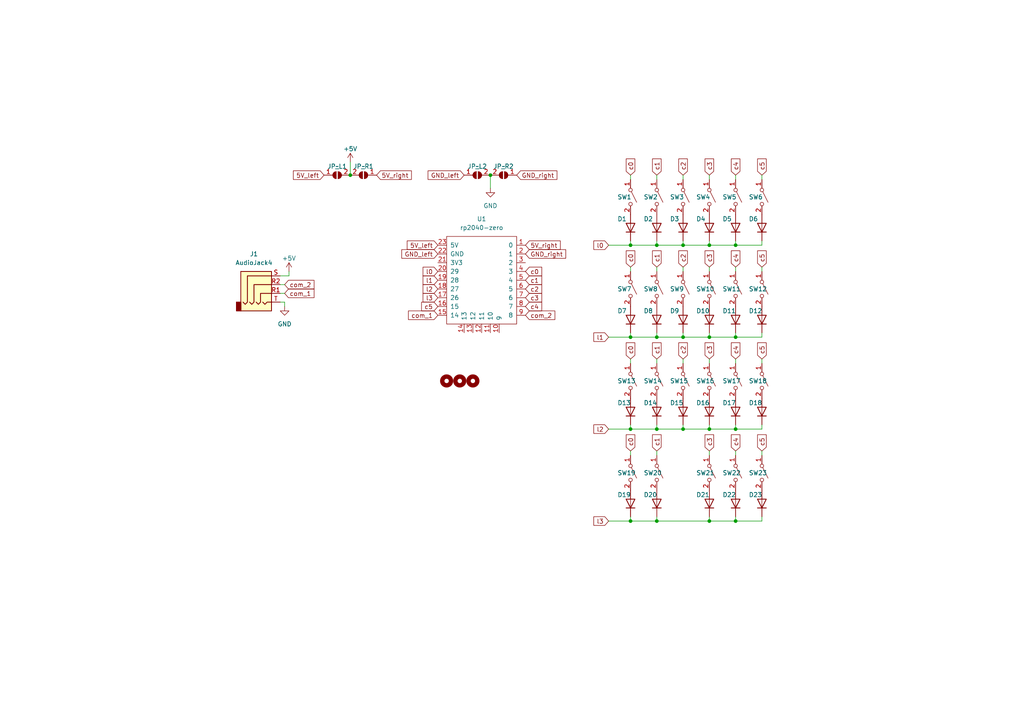
<source format=kicad_sch>
(kicad_sch (version 20230121) (generator eeschema)
  (paper "A4")
  (lib_symbols
    (symbol "Connector_Audio:AudioJack4"
      (property "Reference" "J" (at 0 8.89 0))
      (property "Value" "AudioJack4" (at 0 6.35 0))
      (symbol "AudioJack4_0_1"
        (rectangle (start -6.35 -5.08) (end -7.62 -7.62) (stroke (width 0.254)) (fill (type outline)))
        (polyline (pts (xy 0 -5.08) (xy 0.635 -5.715) (xy 1.27 -5.08) (xy 2.54 -5.08)) (stroke (width 0.254)))
        (polyline (pts (xy -5.715 -5.08) (xy -5.08 -5.715) (xy -4.445 -5.08) (xy -4.445 2.54) (xy 2.54 2.54)) (stroke (width 0.254)))
        (polyline (pts (xy -1.905 -5.08) (xy -1.27 -5.715) (xy -0.635 -5.08) (xy -0.635 -2.54) (xy 2.54 -2.54)) (stroke (width 0.254)))
        (polyline (pts (xy 2.54 0) (xy -2.54 0) (xy -2.54 -5.08) (xy -3.175 -5.715) (xy -3.81 -5.08)) (stroke (width 0.254)))
        (rectangle (start 2.54 3.81) (end -6.35 -7.62) (stroke (width 0.254)) (fill (type background)))
      )
      (symbol "AudioJack4_1_1"
        (pin passive line (at 5.08 -2.54 180) (length 2.54) (name "~") (number "R1"))
        (pin passive line (at 5.08 0 180) (length 2.54) (name "~") (number "R2"))
        (pin passive line (at 5.08 2.54 180) (length 2.54) (name "~") (number "S"))
        (pin passive line (at 5.08 -5.08 180) (length 2.54) (name "~") (number "T"))
      )
    )
    (symbol "Diode:1N4148" (pin_numbers hide) (pin_names hide)
      (property "Reference" "D" (at 0 2.54 0))
      (property "Value" "1N4148" (at 0 -2.54 0))
      (symbol "1N4148_0_1"
        (polyline (pts (xy -1.27 1.27) (xy -1.27 -1.27)) (stroke (width 0.254)))
        (polyline (pts (xy 1.27 0) (xy -1.27 0)))
        (polyline (pts (xy 1.27 1.27) (xy 1.27 -1.27) (xy -1.27 0) (xy 1.27 1.27)) (stroke (width 0.254)))
      )
      (symbol "1N4148_1_1"
        (pin passive line (at -3.81 0 0) (length 2.54) (name "K") (number "1"))
        (pin passive line (at 3.81 0 180) (length 2.54) (name "A") (number "2"))
      )
    )
    (symbol "Jumper:SolderJumper_2_Open" (pin_names (offset 0) hide)
      (property "Reference" "JP" (at 0 2.032 0))
      (property "Value" "SolderJumper_2_Open" (at 0 -2.54 0))
      (symbol "SolderJumper_2_Open_0_1"
        (arc (start -0.254 1.016) (mid -1.2656 0) (end -0.254 -1.016))
        (arc (start -0.254 1.016) (mid -1.2656 0) (end -0.254 -1.016) (fill (type outline)))
        (polyline (pts (xy -0.254 1.016) (xy -0.254 -1.016)))
        (polyline (pts (xy 0.254 1.016) (xy 0.254 -1.016)))
        (arc (start 0.254 -1.016) (mid 1.2656 0) (end 0.254 1.016))
        (arc (start 0.254 -1.016) (mid 1.2656 0) (end 0.254 1.016) (fill (type outline)))
      )
      (symbol "SolderJumper_2_Open_1_1"
        (pin passive line (at -3.81 0 0) (length 2.54) (name "A") (number "1"))
        (pin passive line (at 3.81 0 180) (length 2.54) (name "B") (number "2"))
      )
    )
    (symbol "Mechanical:MountingHole" (pin_names (offset 1.016))
      (property "Reference" "H" (at 0 5.08 0))
      (property "Value" "MountingHole" (at 0 3.175 0))
      (symbol "MountingHole_0_1"
        (circle (center 0 0) (radius 1.27) (stroke (width 1.27)))
      )
    )
    (symbol "Switch:SW_SPST" (pin_names (offset 0) hide)
      (property "Reference" "SW" (at 0 3.175 0))
      (property "Value" "SW_SPST" (at 0 -2.54 0))
      (symbol "SW_SPST_0_0"
        (circle (center -2.032 0) (radius 0.508))
        (polyline (pts (xy -1.524 0.254) (xy 1.524 1.778)))
        (circle (center 2.032 0) (radius 0.508))
      )
      (symbol "SW_SPST_1_1"
        (pin passive line (at -5.08 0 0) (length 2.54) (name "A") (number "1"))
        (pin passive line (at 5.08 0 180) (length 2.54) (name "B") (number "2"))
      )
    )
    (symbol "mcu:rp2040-zero" (pin_names (offset 1.016))
      (property "Reference" "U" (at 0 15.24 0))
      (property "Value" "rp2040-zero" (at 0 12.7 0))
      (symbol "rp2040-zero_0_1"
        (rectangle (start -10.16 11.43) (end 10.16 -13.97))
      )
      (symbol "rp2040-zero_1_1"
        (pin bidirectional line (at 12.7 8.89 180) (length 2.54) (name "0") (number "1"))
        (pin bidirectional line (at 5.08 -16.51 90) (length 2.54) (name "9") (number "10"))
        (pin bidirectional line (at 2.54 -16.51 90) (length 2.54) (name "10") (number "11"))
        (pin bidirectional line (at 0 -16.51 90) (length 2.54) (name "11") (number "12"))
        (pin bidirectional line (at -2.54 -16.51 90) (length 2.54) (name "12") (number "13"))
        (pin bidirectional line (at -5.08 -16.51 90) (length 2.54) (name "13") (number "14"))
        (pin bidirectional line (at -12.7 -11.43 0) (length 2.54) (name "14") (number "15"))
        (pin bidirectional line (at -12.7 -8.89 0) (length 2.54) (name "15") (number "16"))
        (pin bidirectional line (at -12.7 -6.35 0) (length 2.54) (name "26") (number "17"))
        (pin bidirectional line (at -12.7 -3.81 0) (length 2.54) (name "27") (number "18"))
        (pin bidirectional line (at -12.7 -1.27 0) (length 2.54) (name "28") (number "19"))
        (pin bidirectional line (at 12.7 6.35 180) (length 2.54) (name "1") (number "2"))
        (pin bidirectional line (at -12.7 1.27 0) (length 2.54) (name "29") (number "20"))
        (pin power_out line (at -12.7 3.81 0) (length 2.54) (name "3V3") (number "21"))
        (pin power_out line (at -12.7 6.35 0) (length 2.54) (name "GND") (number "22"))
        (pin power_out line (at -12.7 8.89 0) (length 2.54) (name "5V") (number "23"))
        (pin bidirectional line (at 12.7 3.81 180) (length 2.54) (name "2") (number "3"))
        (pin bidirectional line (at 12.7 1.27 180) (length 2.54) (name "3") (number "4"))
        (pin bidirectional line (at 12.7 -1.27 180) (length 2.54) (name "4") (number "5"))
        (pin bidirectional line (at 12.7 -3.81 180) (length 2.54) (name "5") (number "6"))
        (pin bidirectional line (at 12.7 -6.35 180) (length 2.54) (name "6") (number "7"))
        (pin bidirectional line (at 12.7 -8.89 180) (length 2.54) (name "7") (number "8"))
        (pin bidirectional line (at 12.7 -11.43 180) (length 2.54) (name "8") (number "9"))
      )
    )
    (symbol "power:+5V" (power) (pin_names (offset 0))
      (property "Value" "+5V" (at 0 3.556 0))
      (symbol "+5V_0_1"
        (polyline (pts (xy -0.762 1.27) (xy 0 2.54)))
        (polyline (pts (xy 0 0) (xy 0 2.54)))
        (polyline (pts (xy 0 2.54) (xy 0.762 1.27)))
      )
      (symbol "+5V_1_1"
        (pin power_in line (at 0 0 90) (length 0) hide (name "+5V") (number "1"))
      )
    )
    (symbol "power:GND" (power) (pin_names (offset 0))
      (property "Value" "GND" (at 0 -3.81 0))
      (symbol "GND_0_1"
        (polyline (pts (xy 0 0) (xy 0 -1.27) (xy 1.27 -1.27) (xy 0 -2.54) (xy -1.27 -1.27) (xy 0 -1.27)))
      )
      (symbol "GND_1_1"
        (pin power_in line (at 0 0 270) (length 0) hide (name "GND") (number "1"))
      )
    )
  )
  (junction (at 198.12 71.12))
  (junction (at 142.24 50.8))
  (junction (at 213.36 151.13))
  (junction (at 190.5 124.46))
  (junction (at 198.12 97.79))
  (junction (at 182.88 151.13))
  (junction (at 190.5 151.13))
  (junction (at 213.36 124.46))
  (junction (at 190.5 71.12))
  (junction (at 213.36 97.79))
  (junction (at 182.88 124.46))
  (junction (at 205.74 97.79))
  (junction (at 198.12 124.46))
  (junction (at 205.74 71.12))
  (junction (at 101.6 50.8))
  (junction (at 205.74 151.13))
  (junction (at 205.74 124.46))
  (junction (at 213.36 71.12))
  (junction (at 182.88 97.79))
  (junction (at 190.5 97.79))
  (junction (at 182.88 71.12))
  (wire (pts (xy 205.74 71.12) (xy 213.36 71.12)))
  (wire (pts (xy 220.98 77.47) (xy 220.98 78.74)))
  (wire (pts (xy 198.12 50.8) (xy 198.12 52.07)))
  (wire (pts (xy 182.88 151.13) (xy 190.5 151.13)))
  (wire (pts (xy 205.74 124.46) (xy 213.36 124.46)))
  (wire (pts (xy 213.36 149.86) (xy 213.36 151.13)))
  (wire (pts (xy 182.88 97.79) (xy 190.5 97.79)))
  (wire (pts (xy 198.12 69.85) (xy 198.12 71.12)))
  (wire (pts (xy 83.82 80.01) (xy 81.28 80.01)))
  (wire (pts (xy 220.98 50.8) (xy 220.98 52.07)))
  (wire (pts (xy 182.88 69.85) (xy 182.88 71.12)))
  (wire (pts (xy 101.6 46.99) (xy 101.6 50.8)))
  (wire (pts (xy 205.74 50.8) (xy 205.74 52.07)))
  (wire (pts (xy 220.98 149.86) (xy 220.98 151.13)))
  (wire (pts (xy 190.5 97.79) (xy 198.12 97.79)))
  (wire (pts (xy 213.36 96.52) (xy 213.36 97.79)))
  (wire (pts (xy 205.74 69.85) (xy 205.74 71.12)))
  (wire (pts (xy 205.74 151.13) (xy 213.36 151.13)))
  (wire (pts (xy 198.12 123.19) (xy 198.12 124.46)))
  (wire (pts (xy 190.5 77.47) (xy 190.5 78.74)))
  (wire (pts (xy 182.88 96.52) (xy 182.88 97.79)))
  (wire (pts (xy 176.53 124.46) (xy 182.88 124.46)))
  (wire (pts (xy 190.5 151.13) (xy 205.74 151.13)))
  (wire (pts (xy 213.36 130.81) (xy 213.36 132.08)))
  (wire (pts (xy 213.36 77.47) (xy 213.36 78.74)))
  (wire (pts (xy 182.88 123.19) (xy 182.88 124.46)))
  (wire (pts (xy 205.74 149.86) (xy 205.74 151.13)))
  (wire (pts (xy 213.36 104.14) (xy 213.36 105.41)))
  (wire (pts (xy 176.53 97.79) (xy 182.88 97.79)))
  (wire (pts (xy 213.36 124.46) (xy 220.98 124.46)))
  (wire (pts (xy 182.88 71.12) (xy 190.5 71.12)))
  (wire (pts (xy 205.74 104.14) (xy 205.74 105.41)))
  (wire (pts (xy 190.5 69.85) (xy 190.5 71.12)))
  (wire (pts (xy 213.36 71.12) (xy 220.98 71.12)))
  (wire (pts (xy 81.28 87.63) (xy 82.55 87.63)))
  (wire (pts (xy 182.88 77.47) (xy 182.88 78.74)))
  (wire (pts (xy 190.5 149.86) (xy 190.5 151.13)))
  (wire (pts (xy 198.12 71.12) (xy 205.74 71.12)))
  (wire (pts (xy 205.74 97.79) (xy 213.36 97.79)))
  (wire (pts (xy 190.5 96.52) (xy 190.5 97.79)))
  (wire (pts (xy 213.36 151.13) (xy 220.98 151.13)))
  (wire (pts (xy 198.12 97.79) (xy 205.74 97.79)))
  (wire (pts (xy 83.82 78.74) (xy 83.82 80.01)))
  (wire (pts (xy 198.12 104.14) (xy 198.12 105.41)))
  (wire (pts (xy 176.53 151.13) (xy 182.88 151.13)))
  (wire (pts (xy 213.36 50.8) (xy 213.36 52.07)))
  (wire (pts (xy 190.5 123.19) (xy 190.5 124.46)))
  (wire (pts (xy 182.88 130.81) (xy 182.88 132.08)))
  (wire (pts (xy 205.74 77.47) (xy 205.74 78.74)))
  (wire (pts (xy 220.98 130.81) (xy 220.98 132.08)))
  (wire (pts (xy 182.88 124.46) (xy 190.5 124.46)))
  (wire (pts (xy 220.98 96.52) (xy 220.98 97.79)))
  (wire (pts (xy 220.98 69.85) (xy 220.98 71.12)))
  (wire (pts (xy 213.36 69.85) (xy 213.36 71.12)))
  (wire (pts (xy 142.24 50.8) (xy 142.24 54.61)))
  (wire (pts (xy 182.88 104.14) (xy 182.88 105.41)))
  (wire (pts (xy 213.36 123.19) (xy 213.36 124.46)))
  (wire (pts (xy 190.5 50.8) (xy 190.5 52.07)))
  (wire (pts (xy 198.12 124.46) (xy 205.74 124.46)))
  (wire (pts (xy 220.98 104.14) (xy 220.98 105.41)))
  (wire (pts (xy 220.98 123.19) (xy 220.98 124.46)))
  (wire (pts (xy 205.74 96.52) (xy 205.74 97.79)))
  (wire (pts (xy 82.55 87.63) (xy 82.55 88.9)))
  (wire (pts (xy 190.5 71.12) (xy 198.12 71.12)))
  (wire (pts (xy 213.36 97.79) (xy 220.98 97.79)))
  (wire (pts (xy 182.88 50.8) (xy 182.88 52.07)))
  (wire (pts (xy 205.74 130.81) (xy 205.74 132.08)))
  (wire (pts (xy 190.5 104.14) (xy 190.5 105.41)))
  (wire (pts (xy 81.28 82.55) (xy 82.55 82.55)))
  (wire (pts (xy 81.28 85.09) (xy 82.55 85.09)))
  (wire (pts (xy 198.12 96.52) (xy 198.12 97.79)))
  (wire (pts (xy 190.5 130.81) (xy 190.5 132.08)))
  (wire (pts (xy 176.53 71.12) (xy 182.88 71.12)))
  (wire (pts (xy 190.5 124.46) (xy 198.12 124.46)))
  (wire (pts (xy 198.12 77.47) (xy 198.12 78.74)))
  (wire (pts (xy 205.74 123.19) (xy 205.74 124.46)))
  (wire (pts (xy 182.88 149.86) (xy 182.88 151.13)))
  (global_label "c4" (shape input) (at 213.36 50.8 90) (property "Intersheetrefs" "${INTERSHEET_REFS}" (effects hide)))
  (global_label "l2" (shape input) (at 176.53 124.46 180) (property "Intersheetrefs" "${INTERSHEET_REFS}" (effects hide)))
  (global_label "c5" (shape input) (at 220.98 50.8 90) (property "Intersheetrefs" "${INTERSHEET_REFS}" (effects hide)))
  (global_label "c0" (shape input) (at 182.88 130.81 90) (property "Intersheetrefs" "${INTERSHEET_REFS}" (effects hide)))
  (global_label "c4" (shape input) (at 213.36 104.14 90) (property "Intersheetrefs" "${INTERSHEET_REFS}" (effects hide)))
  (global_label "c0" (shape input) (at 182.88 50.8 90) (property "Intersheetrefs" "${INTERSHEET_REFS}" (effects hide)))
  (global_label "com_1" (shape input) (at 82.55 85.09 0) (property "Intersheetrefs" "${INTERSHEET_REFS}" (effects hide)))
  (global_label "c3" (shape input) (at 205.74 77.47 90) (property "Intersheetrefs" "${INTERSHEET_REFS}" (effects hide)))
  (global_label "com_2" (shape input) (at 152.4 91.44 0) (property "Intersheetrefs" "${INTERSHEET_REFS}" (effects hide)))
  (global_label "l1" (shape input) (at 176.53 97.79 180) (property "Intersheetrefs" "${INTERSHEET_REFS}" (effects hide)))
  (global_label "GND_right" (shape input) (at 149.86 50.8 0) (property "Intersheetrefs" "${INTERSHEET_REFS}" (effects hide)))
  (global_label "l1" (shape input) (at 127 81.28 180) (property "Intersheetrefs" "${INTERSHEET_REFS}" (effects hide)))
  (global_label "5V_left" (shape input) (at 127 71.12 180) (property "Intersheetrefs" "${INTERSHEET_REFS}" (effects hide)))
  (global_label "c1" (shape input) (at 190.5 130.81 90) (property "Intersheetrefs" "${INTERSHEET_REFS}" (effects hide)))
  (global_label "c2" (shape input) (at 198.12 50.8 90) (property "Intersheetrefs" "${INTERSHEET_REFS}" (effects hide)))
  (global_label "c5" (shape input) (at 220.98 104.14 90) (property "Intersheetrefs" "${INTERSHEET_REFS}" (effects hide)))
  (global_label "5V_right" (shape input) (at 109.22 50.8 0) (property "Intersheetrefs" "${INTERSHEET_REFS}" (effects hide)))
  (global_label "l0" (shape input) (at 127 78.74 180) (property "Intersheetrefs" "${INTERSHEET_REFS}" (effects hide)))
  (global_label "GND_left" (shape input) (at 127 73.66 180) (property "Intersheetrefs" "${INTERSHEET_REFS}" (effects hide)))
  (global_label "c5" (shape input) (at 127 88.9 180) (property "Intersheetrefs" "${INTERSHEET_REFS}" (effects hide)))
  (global_label "c2" (shape input) (at 198.12 104.14 90) (property "Intersheetrefs" "${INTERSHEET_REFS}" (effects hide)))
  (global_label "c4" (shape input) (at 213.36 130.81 90) (property "Intersheetrefs" "${INTERSHEET_REFS}" (effects hide)))
  (global_label "c2" (shape input) (at 198.12 77.47 90) (property "Intersheetrefs" "${INTERSHEET_REFS}" (effects hide)))
  (global_label "c0" (shape input) (at 182.88 104.14 90) (property "Intersheetrefs" "${INTERSHEET_REFS}" (effects hide)))
  (global_label "GND_right" (shape input) (at 152.4 73.66 0) (property "Intersheetrefs" "${INTERSHEET_REFS}" (effects hide)))
  (global_label "c1" (shape input) (at 190.5 104.14 90) (property "Intersheetrefs" "${INTERSHEET_REFS}" (effects hide)))
  (global_label "l3" (shape input) (at 127 86.36 180) (property "Intersheetrefs" "${INTERSHEET_REFS}" (effects hide)))
  (global_label "l3" (shape input) (at 176.53 151.13 180) (property "Intersheetrefs" "${INTERSHEET_REFS}" (effects hide)))
  (global_label "c4" (shape input) (at 213.36 77.47 90) (property "Intersheetrefs" "${INTERSHEET_REFS}" (effects hide)))
  (global_label "5V_right" (shape input) (at 152.4 71.12 0) (property "Intersheetrefs" "${INTERSHEET_REFS}" (effects hide)))
  (global_label "com_2" (shape input) (at 82.55 82.55 0) (property "Intersheetrefs" "${INTERSHEET_REFS}" (effects hide)))
  (global_label "l2" (shape input) (at 127 83.82 180) (property "Intersheetrefs" "${INTERSHEET_REFS}" (effects hide)))
  (global_label "c0" (shape input) (at 152.4 78.74 0) (property "Intersheetrefs" "${INTERSHEET_REFS}" (effects hide)))
  (global_label "c2" (shape input) (at 152.4 83.82 0) (property "Intersheetrefs" "${INTERSHEET_REFS}" (effects hide)))
  (global_label "c3" (shape input) (at 205.74 104.14 90) (property "Intersheetrefs" "${INTERSHEET_REFS}" (effects hide)))
  (global_label "c1" (shape input) (at 190.5 77.47 90) (property "Intersheetrefs" "${INTERSHEET_REFS}" (effects hide)))
  (global_label "c1" (shape input) (at 190.5 50.8 90) (property "Intersheetrefs" "${INTERSHEET_REFS}" (effects hide)))
  (global_label "l0" (shape input) (at 176.53 71.12 180) (property "Intersheetrefs" "${INTERSHEET_REFS}" (effects hide)))
  (global_label "5V_left" (shape input) (at 93.98 50.8 180) (property "Intersheetrefs" "${INTERSHEET_REFS}" (effects hide)))
  (global_label "c1" (shape input) (at 152.4 81.28 0) (property "Intersheetrefs" "${INTERSHEET_REFS}" (effects hide)))
  (global_label "com_1" (shape input) (at 127 91.44 180) (property "Intersheetrefs" "${INTERSHEET_REFS}" (effects hide)))
  (global_label "c3" (shape input) (at 205.74 130.81 90) (property "Intersheetrefs" "${INTERSHEET_REFS}" (effects hide)))
  (global_label "c3" (shape input) (at 152.4 86.36 0) (property "Intersheetrefs" "${INTERSHEET_REFS}" (effects hide)))
  (global_label "c5" (shape input) (at 220.98 130.81 90) (property "Intersheetrefs" "${INTERSHEET_REFS}" (effects hide)))
  (global_label "c5" (shape input) (at 220.98 77.47 90) (property "Intersheetrefs" "${INTERSHEET_REFS}" (effects hide)))
  (global_label "c0" (shape input) (at 182.88 77.47 90) (property "Intersheetrefs" "${INTERSHEET_REFS}" (effects hide)))
  (global_label "c3" (shape input) (at 205.74 50.8 90) (property "Intersheetrefs" "${INTERSHEET_REFS}" (effects hide)))
  (global_label "GND_left" (shape input) (at 134.62 50.8 180) (property "Intersheetrefs" "${INTERSHEET_REFS}" (effects hide)))
  (global_label "c4" (shape input) (at 152.4 88.9 0) (property "Intersheetrefs" "${INTERSHEET_REFS}" (effects hide)))
  (symbol (lib_id "power:+5V") (at 101.6 46.99 0) (unit 1)
    (property "Reference" "#PWR01" (effects hide))
    (property "Value" "+5V" (at 101.6 43.18 0))
  )
  (symbol (lib_id "Switch:SW_SPST") (at 220.98 57.15 270) (unit 1)
    (property "Reference" "SW6" (at 217.17 57.15 90) (effects (justify left)))
    (property "Value" "SW_SPST" (effects hide))
    (property "Footprint" "lib:SW_MX_reversible" (effects hide))
  )
  (symbol (lib_id "Diode:1N4148") (at 205.74 119.38 90) (unit 1)
    (property "Reference" "D16" (at 201.93 116.84 90) (effects (justify right)))
    (property "Value" "1N4148" (effects hide))
    (property "Footprint" "Diode_THT:D_DO-35_SOD27_P7.62mm_Horizontal" (effects hide))
    (property "Datasheet" "https://assets.nexperia.com/documents/data-sheet/1N4148_1N4448.pdf" (effects hide))
    (property "Sim.Device" "D" (effects hide))
    (property "Sim.Pins" "1=K 2=A" (effects hide))
  )
  (symbol (lib_id "Jumper:SolderJumper_2_Open") (at 138.43 50.8 0) (unit 1)
    (property "Reference" "JP_L2" (at 138.43 48.26 0))
    (property "Value" "~" (at 138.43 48.26 0))
    (property "Footprint" "lib:SolderJumper-2_P1.3mm_Open_RoundedPad1.0x1.5mm" (effects hide))
  )
  (symbol (lib_id "Jumper:SolderJumper_2_Open") (at 146.05 50.8 0) (mirror y) (unit 1)
    (property "Reference" "JP_R2" (at 146.05 48.26 0))
    (property "Value" "~" (at 146.05 48.26 0))
    (property "Footprint" "lib:SolderJumper-2_P1.3mm_Open_RoundedPad1.0x1.5mm" (effects hide))
  )
  (symbol (lib_id "Diode:1N4148") (at 182.88 119.38 90) (unit 1)
    (property "Reference" "D13" (at 179.07 116.84 90) (effects (justify right)))
    (property "Value" "1N4148" (effects hide))
    (property "Footprint" "Diode_THT:D_DO-35_SOD27_P7.62mm_Horizontal" (effects hide))
    (property "Datasheet" "https://assets.nexperia.com/documents/data-sheet/1N4148_1N4448.pdf" (effects hide))
    (property "Sim.Device" "D" (effects hide))
    (property "Sim.Pins" "1=K 2=A" (effects hide))
  )
  (symbol (lib_id "Switch:SW_SPST") (at 205.74 137.16 270) (unit 1)
    (property "Reference" "SW21" (at 201.93 137.16 90) (effects (justify left)))
    (property "Value" "SW_SPST" (effects hide))
    (property "Footprint" "lib:SW_MX_reversible" (effects hide))
  )
  (symbol (lib_id "power:GND") (at 142.24 54.61 0) (unit 1)
    (property "Reference" "#PWR02" (effects hide))
    (property "Value" "GND" (at 142.24 59.69 0))
  )
  (symbol (lib_id "Switch:SW_SPST") (at 213.36 110.49 270) (unit 1)
    (property "Reference" "SW17" (at 209.55 110.49 90) (effects (justify left)))
    (property "Value" "SW_SPST" (effects hide))
    (property "Footprint" "lib:SW_MX_reversible" (effects hide))
  )
  (symbol (lib_id "Switch:SW_SPST") (at 182.88 110.49 270) (unit 1)
    (property "Reference" "SW13" (at 179.07 110.49 90) (effects (justify left)))
    (property "Value" "SW_SPST" (effects hide))
    (property "Footprint" "lib:SW_MX_reversible" (effects hide))
  )
  (symbol (lib_id "Switch:SW_SPST") (at 190.5 137.16 270) (unit 1)
    (property "Reference" "SW20" (at 186.69 137.16 90) (effects (justify left)))
    (property "Value" "SW_SPST" (effects hide))
    (property "Footprint" "lib:SW_MX_reversible" (effects hide))
  )
  (symbol (lib_id "Switch:SW_SPST") (at 220.98 110.49 270) (unit 1)
    (property "Reference" "SW18" (at 217.17 110.49 90) (effects (justify left)))
    (property "Value" "SW_SPST" (effects hide))
    (property "Footprint" "lib:SW_MX_reversible" (effects hide))
  )
  (symbol (lib_id "Diode:1N4148") (at 182.88 66.04 90) (unit 1)
    (property "Reference" "D1" (at 179.07 63.5 90) (effects (justify right)))
    (property "Value" "1N4148" (effects hide))
    (property "Footprint" "Diode_THT:D_DO-35_SOD27_P7.62mm_Horizontal" (effects hide))
    (property "Datasheet" "https://assets.nexperia.com/documents/data-sheet/1N4148_1N4448.pdf" (effects hide))
    (property "Sim.Device" "D" (effects hide))
    (property "Sim.Pins" "1=K 2=A" (effects hide))
  )
  (symbol (lib_id "Switch:SW_SPST") (at 205.74 110.49 270) (unit 1)
    (property "Reference" "SW16" (at 201.93 110.49 90) (effects (justify left)))
    (property "Value" "SW_SPST" (effects hide))
    (property "Footprint" "lib:SW_MX_reversible" (effects hide))
  )
  (symbol (lib_id "Connector_Audio:AudioJack4") (at 76.2 82.55 0) (unit 1)
    (property "Reference" "J1" (at 73.66 73.66 0))
    (property "Value" "AudioJack4" (at 73.66 76.2 0))
    (property "Footprint" "lib:TRRS-PJ-320A_reversible" (effects hide))
  )
  (symbol (lib_id "Switch:SW_SPST") (at 182.88 83.82 270) (unit 1)
    (property "Reference" "SW7" (at 179.07 83.82 90) (effects (justify left)))
    (property "Value" "SW_SPST" (effects hide))
    (property "Footprint" "lib:SW_MX_reversible" (effects hide))
  )
  (symbol (lib_id "Diode:1N4148") (at 198.12 66.04 90) (unit 1)
    (property "Reference" "D3" (at 194.31 63.5 90) (effects (justify right)))
    (property "Value" "1N4148" (effects hide))
    (property "Footprint" "Diode_THT:D_DO-35_SOD27_P7.62mm_Horizontal" (effects hide))
    (property "Datasheet" "https://assets.nexperia.com/documents/data-sheet/1N4148_1N4448.pdf" (effects hide))
    (property "Sim.Device" "D" (effects hide))
    (property "Sim.Pins" "1=K 2=A" (effects hide))
  )
  (symbol (lib_id "Diode:1N4148") (at 220.98 119.38 90) (unit 1)
    (property "Reference" "D18" (at 217.17 116.84 90) (effects (justify right)))
    (property "Value" "1N4148" (effects hide))
    (property "Footprint" "Diode_THT:D_DO-35_SOD27_P7.62mm_Horizontal" (effects hide))
    (property "Datasheet" "https://assets.nexperia.com/documents/data-sheet/1N4148_1N4448.pdf" (effects hide))
    (property "Sim.Device" "D" (effects hide))
    (property "Sim.Pins" "1=K 2=A" (effects hide))
  )
  (symbol (lib_id "Switch:SW_SPST") (at 198.12 57.15 270) (unit 1)
    (property "Reference" "SW3" (at 194.31 57.15 90) (effects (justify left)))
    (property "Value" "SW_SPST" (effects hide))
    (property "Footprint" "lib:SW_MX_reversible" (effects hide))
  )
  (symbol (lib_id "Diode:1N4148") (at 182.88 92.71 90) (unit 1)
    (property "Reference" "D7" (at 179.07 90.17 90) (effects (justify right)))
    (property "Value" "1N4148" (effects hide))
    (property "Footprint" "Diode_THT:D_DO-35_SOD27_P7.62mm_Horizontal" (effects hide))
    (property "Datasheet" "https://assets.nexperia.com/documents/data-sheet/1N4148_1N4448.pdf" (effects hide))
    (property "Sim.Device" "D" (effects hide))
    (property "Sim.Pins" "1=K 2=A" (effects hide))
  )
  (symbol (lib_id "Diode:1N4148") (at 190.5 66.04 90) (unit 1)
    (property "Reference" "D2" (at 186.69 63.5 90) (effects (justify right)))
    (property "Value" "1N4148" (effects hide))
    (property "Footprint" "Diode_THT:D_DO-35_SOD27_P7.62mm_Horizontal" (effects hide))
    (property "Datasheet" "https://assets.nexperia.com/documents/data-sheet/1N4148_1N4448.pdf" (effects hide))
    (property "Sim.Device" "D" (effects hide))
    (property "Sim.Pins" "1=K 2=A" (effects hide))
  )
  (symbol (lib_id "Switch:SW_SPST") (at 190.5 110.49 270) (unit 1)
    (property "Reference" "SW14" (at 186.69 110.49 90) (effects (justify left)))
    (property "Value" "SW_SPST" (effects hide))
    (property "Footprint" "lib:SW_MX_reversible" (effects hide))
  )
  (symbol (lib_id "Diode:1N4148") (at 213.36 146.05 90) (unit 1)
    (property "Reference" "D22" (at 209.55 143.51 90) (effects (justify right)))
    (property "Value" "1N4148" (effects hide))
    (property "Footprint" "Diode_THT:D_DO-35_SOD27_P7.62mm_Horizontal" (effects hide))
    (property "Datasheet" "https://assets.nexperia.com/documents/data-sheet/1N4148_1N4448.pdf" (effects hide))
    (property "Sim.Device" "D" (effects hide))
    (property "Sim.Pins" "1=K 2=A" (effects hide))
  )
  (symbol (lib_id "Diode:1N4148") (at 198.12 119.38 90) (unit 1)
    (property "Reference" "D15" (at 194.31 116.84 90) (effects (justify right)))
    (property "Value" "1N4148" (effects hide))
    (property "Footprint" "Diode_THT:D_DO-35_SOD27_P7.62mm_Horizontal" (effects hide))
    (property "Datasheet" "https://assets.nexperia.com/documents/data-sheet/1N4148_1N4448.pdf" (effects hide))
    (property "Sim.Device" "D" (effects hide))
    (property "Sim.Pins" "1=K 2=A" (effects hide))
  )
  (symbol (lib_id "Diode:1N4148") (at 198.12 92.71 90) (unit 1)
    (property "Reference" "D9" (at 194.31 90.17 90) (effects (justify right)))
    (property "Value" "1N4148" (effects hide))
    (property "Footprint" "Diode_THT:D_DO-35_SOD27_P7.62mm_Horizontal" (effects hide))
    (property "Datasheet" "https://assets.nexperia.com/documents/data-sheet/1N4148_1N4448.pdf" (effects hide))
    (property "Sim.Device" "D" (effects hide))
    (property "Sim.Pins" "1=K 2=A" (effects hide))
  )
  (symbol (lib_id "Jumper:SolderJumper_2_Open") (at 105.41 50.8 0) (mirror y) (unit 1)
    (property "Reference" "JP_R1" (at 105.41 48.26 0))
    (property "Value" "~" (at 105.41 48.26 0))
    (property "Footprint" "lib:SolderJumper-2_P1.3mm_Open_RoundedPad1.0x1.5mm" (effects hide))
  )
  (symbol (lib_id "Switch:SW_SPST") (at 190.5 57.15 270) (unit 1)
    (property "Reference" "SW2" (at 186.69 57.15 90) (effects (justify left)))
    (property "Value" "SW_SPST" (effects hide))
    (property "Footprint" "lib:SW_MX_reversible" (effects hide))
  )
  (symbol (lib_id "Diode:1N4148") (at 205.74 66.04 90) (unit 1)
    (property "Reference" "D4" (at 201.93 63.5 90) (effects (justify right)))
    (property "Value" "1N4148" (effects hide))
    (property "Footprint" "Diode_THT:D_DO-35_SOD27_P7.62mm_Horizontal" (effects hide))
    (property "Datasheet" "https://assets.nexperia.com/documents/data-sheet/1N4148_1N4448.pdf" (effects hide))
    (property "Sim.Device" "D" (effects hide))
    (property "Sim.Pins" "1=K 2=A" (effects hide))
  )
  (symbol (lib_id "mcu:rp2040-zero") (at 139.7 80.01 0) (unit 1)
    (property "Reference" "U1" (at 139.7 63.5 0))
    (property "Value" "rp2040-zero" (at 139.7 66.04 0))
    (property "Footprint" "_mcu:rp2040-zero-tht" (effects hide))
  )
  (symbol (lib_id "Diode:1N4148") (at 205.74 92.71 90) (unit 1)
    (property "Reference" "D10" (at 201.93 90.17 90) (effects (justify right)))
    (property "Value" "1N4148" (effects hide))
    (property "Footprint" "Diode_THT:D_DO-35_SOD27_P7.62mm_Horizontal" (effects hide))
    (property "Datasheet" "https://assets.nexperia.com/documents/data-sheet/1N4148_1N4448.pdf" (effects hide))
    (property "Sim.Device" "D" (effects hide))
    (property "Sim.Pins" "1=K 2=A" (effects hide))
  )
  (symbol (lib_id "Diode:1N4148") (at 205.74 146.05 90) (unit 1)
    (property "Reference" "D21" (at 201.93 143.51 90) (effects (justify right)))
    (property "Value" "1N4148" (effects hide))
    (property "Footprint" "Diode_THT:D_DO-35_SOD27_P7.62mm_Horizontal" (effects hide))
    (property "Datasheet" "https://assets.nexperia.com/documents/data-sheet/1N4148_1N4448.pdf" (effects hide))
    (property "Sim.Device" "D" (effects hide))
    (property "Sim.Pins" "1=K 2=A" (effects hide))
  )
  (symbol (lib_id "Mechanical:MountingHole") (at 137.16 110.49 0) (unit 1)
    (property "Reference" "H3" (effects hide))
    (property "Value" "MountingHole" (effects hide))
    (property "Footprint" "MountingHole:MountingHole_2.2mm_M2" (effects hide))
  )
  (symbol (lib_id "Mechanical:MountingHole") (at 133.35 110.49 0) (unit 1)
    (property "Reference" "H2" (effects hide))
    (property "Value" "MountingHole" (effects hide))
    (property "Footprint" "MountingHole:MountingHole_2.2mm_M2" (effects hide))
  )
  (symbol (lib_id "Switch:SW_SPST") (at 220.98 83.82 270) (unit 1)
    (property "Reference" "SW12" (at 217.17 83.82 90) (effects (justify left)))
    (property "Value" "SW_SPST" (effects hide))
    (property "Footprint" "lib:SW_MX_reversible" (effects hide))
  )
  (symbol (lib_id "Diode:1N4148") (at 220.98 92.71 90) (unit 1)
    (property "Reference" "D12" (at 217.17 90.17 90) (effects (justify right)))
    (property "Value" "1N4148" (effects hide))
    (property "Footprint" "Diode_THT:D_DO-35_SOD27_P7.62mm_Horizontal" (effects hide))
    (property "Datasheet" "https://assets.nexperia.com/documents/data-sheet/1N4148_1N4448.pdf" (effects hide))
    (property "Sim.Device" "D" (effects hide))
    (property "Sim.Pins" "1=K 2=A" (effects hide))
  )
  (symbol (lib_id "Switch:SW_SPST") (at 213.36 137.16 270) (unit 1)
    (property "Reference" "SW22" (at 209.55 137.16 90) (effects (justify left)))
    (property "Value" "SW_SPST" (effects hide))
    (property "Footprint" "lib:SW_MX_reversible" (effects hide))
  )
  (symbol (lib_id "Mechanical:MountingHole") (at 129.54 110.49 0) (unit 1)
    (property "Reference" "H1" (effects hide))
    (property "Value" "MountingHole" (effects hide))
    (property "Footprint" "MountingHole:MountingHole_2.2mm_M2" (effects hide))
  )
  (symbol (lib_id "Switch:SW_SPST") (at 205.74 83.82 270) (unit 1)
    (property "Reference" "SW10" (at 201.93 83.82 90) (effects (justify left)))
    (property "Value" "SW_SPST" (effects hide))
    (property "Footprint" "lib:SW_MX_reversible" (effects hide))
  )
  (symbol (lib_id "Diode:1N4148") (at 190.5 92.71 90) (unit 1)
    (property "Reference" "D8" (at 186.69 90.17 90) (effects (justify right)))
    (property "Value" "1N4148" (effects hide))
    (property "Footprint" "Diode_THT:D_DO-35_SOD27_P7.62mm_Horizontal" (effects hide))
    (property "Datasheet" "https://assets.nexperia.com/documents/data-sheet/1N4148_1N4448.pdf" (effects hide))
    (property "Sim.Device" "D" (effects hide))
    (property "Sim.Pins" "1=K 2=A" (effects hide))
  )
  (symbol (lib_id "Diode:1N4148") (at 190.5 146.05 90) (unit 1)
    (property "Reference" "D20" (at 186.69 143.51 90) (effects (justify right)))
    (property "Value" "1N4148" (effects hide))
    (property "Footprint" "Diode_THT:D_DO-35_SOD27_P7.62mm_Horizontal" (effects hide))
    (property "Datasheet" "https://assets.nexperia.com/documents/data-sheet/1N4148_1N4448.pdf" (effects hide))
    (property "Sim.Device" "D" (effects hide))
    (property "Sim.Pins" "1=K 2=A" (effects hide))
  )
  (symbol (lib_id "Switch:SW_SPST") (at 190.5 83.82 270) (unit 1)
    (property "Reference" "SW8" (at 186.69 83.82 90) (effects (justify left)))
    (property "Value" "SW_SPST" (effects hide))
    (property "Footprint" "lib:SW_MX_reversible" (effects hide))
  )
  (symbol (lib_id "Diode:1N4148") (at 190.5 119.38 90) (unit 1)
    (property "Reference" "D14" (at 186.69 116.84 90) (effects (justify right)))
    (property "Value" "1N4148" (effects hide))
    (property "Footprint" "Diode_THT:D_DO-35_SOD27_P7.62mm_Horizontal" (effects hide))
    (property "Datasheet" "https://assets.nexperia.com/documents/data-sheet/1N4148_1N4448.pdf" (effects hide))
    (property "Sim.Device" "D" (effects hide))
    (property "Sim.Pins" "1=K 2=A" (effects hide))
  )
  (symbol (lib_id "Switch:SW_SPST") (at 198.12 83.82 270) (unit 1)
    (property "Reference" "SW9" (at 194.31 83.82 90) (effects (justify left)))
    (property "Value" "SW_SPST" (effects hide))
    (property "Footprint" "lib:SW_MX_reversible" (effects hide))
  )
  (symbol (lib_id "Switch:SW_SPST") (at 213.36 83.82 270) (unit 1)
    (property "Reference" "SW11" (at 209.55 83.82 90) (effects (justify left)))
    (property "Value" "SW_SPST" (effects hide))
    (property "Footprint" "lib:SW_MX_reversible" (effects hide))
  )
  (symbol (lib_id "Switch:SW_SPST") (at 182.88 137.16 270) (unit 1)
    (property "Reference" "SW19" (at 179.07 137.16 90) (effects (justify left)))
    (property "Value" "SW_SPST" (effects hide))
    (property "Footprint" "lib:SW_MX_reversible" (effects hide))
  )
  (symbol (lib_id "Switch:SW_SPST") (at 182.88 57.15 270) (unit 1)
    (property "Reference" "SW1" (at 179.07 57.15 90) (effects (justify left)))
    (property "Value" "SW_SPST" (effects hide))
    (property "Footprint" "lib:SW_MX_reversible" (effects hide))
  )
  (symbol (lib_id "Diode:1N4148") (at 182.88 146.05 90) (unit 1)
    (property "Reference" "D19" (at 179.07 143.51 90) (effects (justify right)))
    (property "Value" "1N4148" (effects hide))
    (property "Footprint" "Diode_THT:D_DO-35_SOD27_P7.62mm_Horizontal" (effects hide))
    (property "Datasheet" "https://assets.nexperia.com/documents/data-sheet/1N4148_1N4448.pdf" (effects hide))
    (property "Sim.Device" "D" (effects hide))
    (property "Sim.Pins" "1=K 2=A" (effects hide))
  )
  (symbol (lib_id "power:GND") (at 82.55 88.9 0) (unit 1)
    (property "Reference" "#PWR04" (effects hide))
    (property "Value" "GND" (at 82.55 93.98 0))
  )
  (symbol (lib_id "Switch:SW_SPST") (at 198.12 110.49 270) (unit 1)
    (property "Reference" "SW15" (at 194.31 110.49 90) (effects (justify left)))
    (property "Value" "SW_SPST" (effects hide))
    (property "Footprint" "lib:SW_MX_reversible" (effects hide))
  )
  (symbol (lib_id "power:+5V") (at 83.82 78.74 0) (unit 1)
    (property "Reference" "#PWR03" (effects hide))
    (property "Value" "+5V" (at 83.82 74.93 0))
  )
  (symbol (lib_id "Diode:1N4148") (at 220.98 146.05 90) (unit 1)
    (property "Reference" "D23" (at 217.17 143.51 90) (effects (justify right)))
    (property "Value" "1N4148" (effects hide))
    (property "Footprint" "Diode_THT:D_DO-35_SOD27_P7.62mm_Horizontal" (effects hide))
    (property "Datasheet" "https://assets.nexperia.com/documents/data-sheet/1N4148_1N4448.pdf" (effects hide))
    (property "Sim.Device" "D" (effects hide))
    (property "Sim.Pins" "1=K 2=A" (effects hide))
  )
  (symbol (lib_id "Switch:SW_SPST") (at 213.36 57.15 270) (unit 1)
    (property "Reference" "SW5" (at 209.55 57.15 90) (effects (justify left)))
    (property "Value" "SW_SPST" (effects hide))
    (property "Footprint" "lib:SW_MX_reversible" (effects hide))
  )
  (symbol (lib_id "Diode:1N4148") (at 220.98 66.04 90) (unit 1)
    (property "Reference" "D6" (at 217.17 63.5 90) (effects (justify right)))
    (property "Value" "1N4148" (effects hide))
    (property "Footprint" "Diode_THT:D_DO-35_SOD27_P7.62mm_Horizontal" (effects hide))
    (property "Datasheet" "https://assets.nexperia.com/documents/data-sheet/1N4148_1N4448.pdf" (effects hide))
    (property "Sim.Device" "D" (effects hide))
    (property "Sim.Pins" "1=K 2=A" (effects hide))
  )
  (symbol (lib_id "Diode:1N4148") (at 213.36 92.71 90) (unit 1)
    (property "Reference" "D11" (at 209.55 90.17 90) (effects (justify right)))
    (property "Value" "1N4148" (effects hide))
    (property "Footprint" "Diode_THT:D_DO-35_SOD27_P7.62mm_Horizontal" (effects hide))
    (property "Datasheet" "https://assets.nexperia.com/documents/data-sheet/1N4148_1N4448.pdf" (effects hide))
    (property "Sim.Device" "D" (effects hide))
    (property "Sim.Pins" "1=K 2=A" (effects hide))
  )
  (symbol (lib_id "Diode:1N4148") (at 213.36 66.04 90) (unit 1)
    (property "Reference" "D5" (at 209.55 63.5 90) (effects (justify right)))
    (property "Value" "1N4148" (effects hide))
    (property "Footprint" "Diode_THT:D_DO-35_SOD27_P7.62mm_Horizontal" (effects hide))
    (property "Datasheet" "https://assets.nexperia.com/documents/data-sheet/1N4148_1N4448.pdf" (effects hide))
    (property "Sim.Device" "D" (effects hide))
    (property "Sim.Pins" "1=K 2=A" (effects hide))
  )
  (symbol (lib_id "Diode:1N4148") (at 213.36 119.38 90) (unit 1)
    (property "Reference" "D17" (at 209.55 116.84 90) (effects (justify right)))
    (property "Value" "1N4148" (effects hide))
    (property "Footprint" "Diode_THT:D_DO-35_SOD27_P7.62mm_Horizontal" (effects hide))
    (property "Datasheet" "https://assets.nexperia.com/documents/data-sheet/1N4148_1N4448.pdf" (effects hide))
    (property "Sim.Device" "D" (effects hide))
    (property "Sim.Pins" "1=K 2=A" (effects hide))
  )
  (symbol (lib_id "Switch:SW_SPST") (at 205.74 57.15 270) (unit 1)
    (property "Reference" "SW4" (at 201.93 57.15 90) (effects (justify left)))
    (property "Value" "SW_SPST" (effects hide))
    (property "Footprint" "lib:SW_MX_reversible" (effects hide))
  )
  (symbol (lib_id "Jumper:SolderJumper_2_Open") (at 97.79 50.8 0) (unit 1)
    (property "Reference" "JP_L1" (at 97.79 48.26 0))
    (property "Value" "~" (at 97.79 48.26 0))
    (property "Footprint" "lib:SolderJumper-2_P1.3mm_Open_RoundedPad1.0x1.5mm" (effects hide))
  )
  (symbol (lib_id "Switch:SW_SPST") (at 220.98 137.16 270) (unit 1)
    (property "Reference" "SW23" (at 217.17 137.16 90) (effects (justify left)))
    (property "Value" "SW_SPST" (effects hide))
    (property "Footprint" "lib:SW_MX_reversible" (effects hide))
  )
)
</source>
